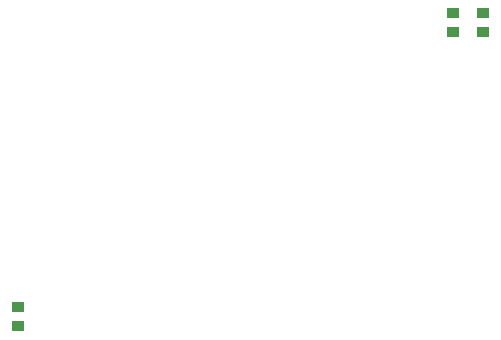
<source format=gbr>
G04 EAGLE Gerber RS-274X export*
G75*
%MOMM*%
%FSLAX34Y34*%
%LPD*%
%INSolderpaste Bottom*%
%IPPOS*%
%AMOC8*
5,1,8,0,0,1.08239X$1,22.5*%
G01*
%ADD10R,1.031241X0.949959*%


D10*
X101600Y225679D03*
X101600Y241681D03*
X469900Y474599D03*
X469900Y490601D03*
X495300Y474599D03*
X495300Y490601D03*
M02*

</source>
